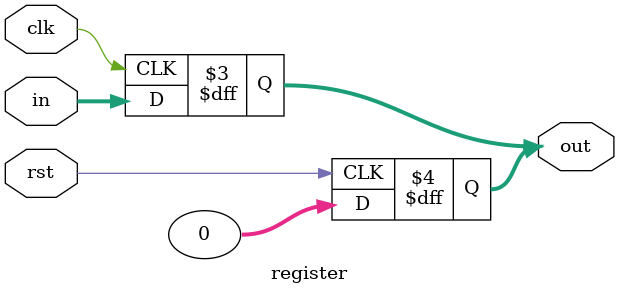
<source format=v>
module register #(parameter N = 32) (input clk, input rst, input [N-1:0]in, output reg [N-1:0]out);

	always @(posedge rst) begin
		out = 0;
	end

	always @(posedge clk) begin
		out <= in;
	end

endmodule
</source>
